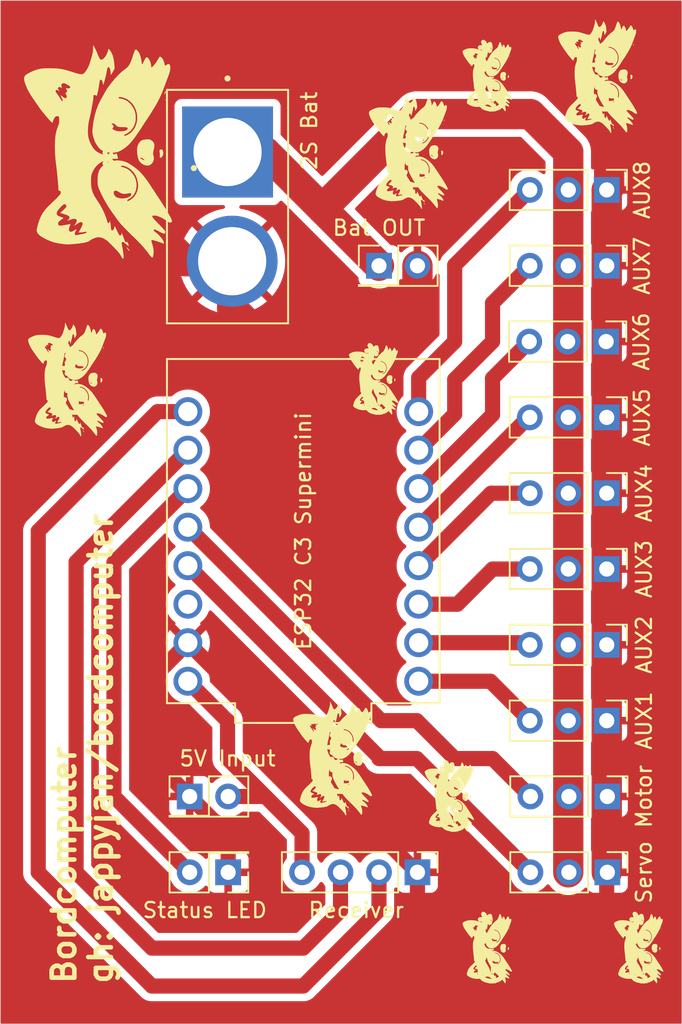
<source format=kicad_pcb>
(kicad_pcb (version 20240108) (generator "pcbnew") (generator_version "8.0")
  (layers (0 "F.Cu" signal) (31 "B.Cu" signal) (34 "B.Paste" user) (35 "F.Paste" user) (36 "B.SilkS" user "B.Silkscreen") (37 "F.SilkS" user "F.Silkscreen") (38 "B.Mask" user) (39 "F.Mask" user) (44 "Edge.Cuts" user))
  (net 0 "")
  (net 1 "GND")
  (net 2 "+BATT")
  (net 3 "Net-(D5-A)")
  (net 4 "Net-(J1-Pin_2)")
  (net 5 "Net-(J1-Pin_3)")
  (net 6 "+5V")
  (net 7 "Net-(J4-Pin_3)")
  (net 9 "Net-(J5-Pin_3)")
  (net 10 "Net-(J6-Pin_3)")
  (net 11 "Net-(J7-Pin_3)")
  (net 12 "Net-(J8-Pin_3)")
  (net 13 "Net-(J9-Pin_3)")
  (net 14 "Net-(J10-Pin_3)")
  (net 15 "Net-(J11-Pin_3)")
  (net 16 "Net-(J12-Pin_3)")
  (net 17 "Net-(J13-Pin_3)")
  (footprint "LOGO" (layer "F.Cu") (at 155 105 90)
    (property "Reference" "G***" (at 0 0 90) (layer "F.SilkS") (effects (font (size 1.5 1.5) (thickness 0.3))))
    (property "Value" "LOGO" (hide yes))
  )
  (footprint "Connector_PinHeader_2.54mm:PinHeader_1x03_P2.54mm_Vertical" (layer "F.Cu") (at 152.58 95 -90)
    (property "Reference" "Motor" (at 0 -2.42 -90) (layer "F.SilkS"))
    (property "Value" "Motor")
    (pad "1" thru_hole rect (at 0 0 270) (size 1.7 1.7) (drill 1) (layers "*.Cu" "*.Mask") (net 1 "GND"))
    (pad "2" thru_hole oval (at 0 2.54 270) (size 1.7 1.7) (drill 1) (layers "*.Cu" "*.Mask") (net 2 "+BATT"))
    (pad "3" thru_hole oval (at 0 5.08 270) (size 1.7 1.7) (drill 1) (layers "*.Cu" "*.Mask") (net 7 "Net-(J4-Pin_3)"))
  )
  (footprint "Connector_PinHeader_2.54mm:PinHeader_2x01_P2.54mm_Vertical" (layer "F.Cu") (at 137.5 60)
    (property "Reference" "Bat OUT" (at 0 -2.5 180) (layer "F.SilkS"))
    (property "Value" "Bat OUT")
    (pad "1" thru_hole rect (at 0 0) (size 1.7 1.7) (drill 1) (layers "*.Cu" "*.Mask") (net 2 "+BATT"))
    (pad "2" thru_hole oval (at 2.54 0) (size 1.7 1.7) (drill 1) (layers "*.Cu" "*.Mask") (net 1 "GND"))
  )
  (footprint "LOGO" (layer "F.Cu") (at 140 52.5 90)
    (property "Reference" "G***" (at 0 0 90) (layer "F.SilkS") (effects (font (size 1.5 1.5) (thickness 0.3))))
    (property "Value" "LOGO" (hide yes))
  )
  (footprint "Connector_PinHeader_2.54mm:PinHeader_1x03_P2.54mm_Vertical" (layer "F.Cu") (at 152.58 100 -90)
    (property "Reference" "Servo" (at 0 -2.42 -90) (layer "F.SilkS"))
    (property "Value" "Steering")
    (pad "1" thru_hole rect (at 0 0 270) (size 1.7 1.7) (drill 1) (layers "*.Cu" "*.Mask") (net 1 "GND"))
    (pad "2" thru_hole oval (at 0 2.54 270) (size 1.7 1.7) (drill 1) (layers "*.Cu" "*.Mask") (net 2 "+BATT"))
    (pad "3" thru_hole oval (at 0 5.08 270) (size 1.7 1.7) (drill 1) (layers "*.Cu" "*.Mask") (net 9 "Net-(J5-Pin_3)"))
  )
  (footprint "Connector_PinHeader_2.54mm:PinHeader_1x03_P2.54mm_Vertical" (layer "F.Cu") (at 152.5 65 -90)
    (property "Reference" "AUX6" (at 0 -2.33 90) (layer "F.SilkS"))
    (property "Value" "AUX6")
    (pad "1" thru_hole rect (at 0 0 270) (size 1.7 1.7) (drill 1) (layers "*.Cu" "*.Mask") (net 1 "GND"))
    (pad "2" thru_hole oval (at 0 2.54 270) (size 1.7 1.7) (drill 1) (layers "*.Cu" "*.Mask") (net 2 "+BATT"))
    (pad "3" thru_hole oval (at 0 5.08 270) (size 1.7 1.7) (drill 1) (layers "*.Cu" "*.Mask") (net 15 "Net-(J11-Pin_3)"))
  )
  (footprint "LOGO" (layer "F.Cu") (at 145 47.5 90)
    (property "Reference" "G***" (at 0 0 90) (layer "F.SilkS") (effects (font (size 1.5 1.5) (thickness 0.3))))
    (property "Value" "LOGO" (hide yes))
  )
  (footprint "Connector_PinHeader_2.54mm:PinHeader_1x03_P2.54mm_Vertical" (layer "F.Cu") (at 152.54 55 -90)
    (property "Reference" "AUX8" (at 0 -2.33 90) (layer "F.SilkS"))
    (property "Value" "AUX8")
    (pad "1" thru_hole rect (at 0 0 270) (size 1.7 1.7) (drill 1) (layers "*.Cu" "*.Mask") (net 1 "GND"))
    (pad "2" thru_hole oval (at 0 2.54 270) (size 1.7 1.7) (drill 1) (layers "*.Cu" "*.Mask") (net 2 "+BATT"))
    (pad "3" thru_hole oval (at 0 5.08 270) (size 1.7 1.7) (drill 1) (layers "*.Cu" "*.Mask") (net 17 "Net-(J13-Pin_3)"))
  )
  (footprint "Connector_PinHeader_2.54mm:PinHeader_1x03_P2.54mm_Vertical" (layer "F.Cu") (at 152.54 60 -90)
    (property "Reference" "AUX7" (at 0 -2.33 90) (layer "F.SilkS"))
    (property "Value" "AUX7")
    (pad "1" thru_hole rect (at 0 0 270) (size 1.7 1.7) (drill 1) (layers "*.Cu" "*.Mask") (net 1 "GND"))
    (pad "2" thru_hole oval (at 0 2.54 270) (size 1.7 1.7) (drill 1) (layers "*.Cu" "*.Mask") (net 2 "+BATT"))
    (pad "3" thru_hole oval (at 0 5.08 270) (size 1.7 1.7) (drill 1) (layers "*.Cu" "*.Mask") (net 16 "Net-(J12-Pin_3)"))
  )
  (footprint "Connector_PinHeader_2.54mm:PinHeader_1x03_P2.54mm_Vertical" (layer "F.Cu") (at 152.54 75 -90)
    (property "Reference" "AUX4" (at 0 -2.46 90) (layer "F.SilkS"))
    (property "Value" "AUX4")
    (pad "1" thru_hole rect (at 0 0 270) (size 1.7 1.7) (drill 1) (layers "*.Cu" "*.Mask") (net 1 "GND"))
    (pad "2" thru_hole oval (at 0 2.54 270) (size 1.7 1.7) (drill 1) (layers "*.Cu" "*.Mask") (net 2 "+BATT"))
    (pad "3" thru_hole oval (at 0 5.08 270) (size 1.7 1.7) (drill 1) (layers "*.Cu" "*.Mask") (net 13 "Net-(J9-Pin_3)"))
  )
  (footprint "Library:AMASS_XT60PB-M" (layer "F.Cu") (at 127.5 56.1 -90)
    (property "Reference" "2S Bat" (at -5 -5.3975 90) (layer "F.SilkS"))
    (property "Value" "2S Battery")
    (pad "1" thru_hole rect (at -3.6 0 270) (size 6 6) (drill 4.5) (layers "*.Cu" "*.Mask") (net 2 "+BATT"))
    (pad "2" thru_hole circle (at 3.6 -0.305 270) (size 6 6) (drill 4.5) (layers "*.Cu" "*.Mask") (net 1 "GND"))
  )
  (footprint "LOGO" (layer "F.Cu") (at 152.5 47.5 90)
    (property "Reference" "G***" (at 0 0 90) (layer "F.SilkS") (effects (font (size 1.5 1.5) (thickness 0.3))))
    (property "Value" "LOGO" (hide yes))
  )
  (footprint "Connector_PinHeader_2.54mm:PinHeader_2x01_P2.54mm_Vertical" (layer "F.Cu") (at 127.54 100 180)
    (property "Reference" "D5" (hide yes))
    (property "Value" "Status LED")
    (fp_text user "Status LED" (at 1.54 -2.5 180) (layer "F.SilkS"))
    (pad "1" thru_hole rect (at 0 0 180) (size 1.7 1.7) (drill 1) (layers "*.Cu" "*.Mask") (net 1 "GND"))
    (pad "2" thru_hole oval (at 2.54 0 180) (size 1.7 1.7) (drill 1) (layers "*.Cu" "*.Mask") (net 3 "Net-(D5-A)"))
  )
  (footprint "Connector_PinHeader_2.54mm:PinHeader_1x03_P2.54mm_Vertical" (layer "F.Cu") (at 152.54 70 -90)
    (property "Reference" "AUX5" (at 0 -2.33 90) (layer "F.SilkS"))
    (property "Value" "AUX5")
    (pad "1" thru_hole rect (at 0 0 270) (size 1.7 1.7) (drill 1) (layers "*.Cu" "*.Mask") (net 1 "GND"))
    (pad "2" thru_hole oval (at 0 2.54 270) (size 1.7 1.7) (drill 1) (layers "*.Cu" "*.Mask") (net 2 "+BATT"))
    (pad "3" thru_hole oval (at 0 5.08 270) (size 1.7 1.7) (drill 1) (layers "*.Cu" "*.Mask") (net 14 "Net-(J10-Pin_3)"))
  )
  (footprint "LOGO" (layer "F.Cu") (at 135 92.5 90)
    (property "Reference" "G***" (at 0 0 90) (layer "F.SilkS") (effects (font (size 1.5 1.5) (thickness 0.3))))
    (property "Value" "LOGO" (hide yes))
  )
  (footprint "LOGO" (layer "F.Cu") (at 120 52.5 90)
    (property "Reference" "G***" (at 0 0 90) (layer "F.SilkS") (effects (font (size 1.5 1.5) (thickness 0.3))))
    (property "Value" "LOGO" (hide yes))
  )
  (footprint "Connector_PinHeader_2.54mm:PinHeader_1x03_P2.54mm_Vertical" (layer "F.Cu") (at 152.54 90 -90)
    (property "Reference" "AUX1" (at 0 -2.46 -90) (layer "F.SilkS"))
    (property "Value" "AUX1")
    (pad "1" thru_hole rect (at 0 0 270) (size 1.7 1.7) (drill 1) (layers "*.Cu" "*.Mask") (net 1 "GND"))
    (pad "2" thru_hole oval (at 0 2.54 270) (size 1.7 1.7) (drill 1) (layers "*.Cu" "*.Mask") (net 2 "+BATT"))
    (pad "3" thru_hole oval (at 0 5.08 270) (size 1.7 1.7) (drill 1) (layers "*.Cu" "*.Mask") (net 10 "Net-(J6-Pin_3)"))
  )
  (footprint "Connector_PinHeader_2.54mm:PinHeader_1x04_P2.54mm_Vertical" (layer "F.Cu") (at 140.04 100 -90)
    (property "Reference" "Receiver" (at 2.5 4.04 180) (layer "F.SilkS"))
    (property "Value" "Receiver")
    (pad "1" thru_hole rect (at 0 0 270) (size 1.7 1.7) (drill 1) (layers "*.Cu" "*.Mask") (net 1 "GND"))
    (pad "2" thru_hole oval (at 0 2.54 270) (size 1.7 1.7) (drill 1) (layers "*.Cu" "*.Mask") (net 4 "Net-(J1-Pin_2)"))
    (pad "3" thru_hole oval (at 0 5.08 270) (size 1.7 1.7) (drill 1) (layers "*.Cu" "*.Mask") (net 5 "Net-(J1-Pin_3)"))
    (pad "4" thru_hole oval (at 0 7.62 270) (size 1.7 1.7) (drill 1) (layers "*.Cu" "*.Mask") (net 6 "+5V"))
  )
  (footprint "LOGO" (layer "F.Cu") (at 142.5 95 90)
    (property "Reference" "G***" (at 0 0 90) (layer "F.SilkS") (effects (font (size 1.5 1.5) (thickness 0.3))))
    (property "Value" "LOGO" (hide yes))
  )
  (footprint "Library:MODULE_ESP32-C3_SUPERMINI" (layer "F.Cu") (at 132.5 77.5 180)
    (property "Reference" "ESP32 C3 Supermini" (at 0 0 90) (layer "F.SilkS"))
    (property "Value" "ESP32 C3 SUPERMINI")
    (pad "0" thru_hole circle (at 7.62 7.88 180) (size 1.905 1.905) (drill 1.27) (layers "*.Cu" "*.Mask") (net 4 "Net-(J1-Pin_2)"))
    (pad "1" thru_hole circle (at 7.62 5.34 180) (size 1.905 1.905) (drill 1.27) (layers "*.Cu" "*.Mask") (net 5 "Net-(J1-Pin_3)"))
    (pad "2" thru_hole circle (at 7.62 2.8 180) (size 1.905 1.905) (drill 1.27) (layers "*.Cu" "*.Mask") (net 3 "Net-(D5-A)"))
    (pad "3" thru_hole circle (at 7.62 0.26 180) (size 1.905 1.905) (drill 1.27) (layers "*.Cu" "*.Mask") (net 7 "Net-(J4-Pin_3)"))
    (pad "3.3" thru_hole circle (at 7.62 -4.82 180) (size 1.905 1.905) (drill 1.27) (layers "*.Cu" "*.Mask"))
    (pad "4" thru_hole circle (at 7.62 -2.28 180) (size 1.905 1.905) (drill 1.27) (layers "*.Cu" "*.Mask") (net 9 "Net-(J5-Pin_3)"))
    (pad "5" thru_hole circle (at -7.62 -9.9 180) (size 1.905 1.905) (drill 1.27) (layers "*.Cu" "*.Mask") (net 10 "Net-(J6-Pin_3)"))
    (pad "5V" thru_hole circle (at 7.62 -9.9 180) (size 1.905 1.905) (drill 1.27) (layers "*.Cu" "*.Mask") (net 6 "+5V"))
    (pad "6" thru_hole circle (at -7.62 -7.36 180) (size 1.905 1.905) (drill 1.27) (layers "*.Cu" "*.Mask") (net 11 "Net-(J7-Pin_3)"))
    (pad "7" thru_hole circle (at -7.62 -4.82 180) (size 1.905 1.905) (drill 1.27) (layers "*.Cu" "*.Mask") (net 12 "Net-(J8-Pin_3)"))
    (pad "8" thru_hole circle (at -7.62 -2.28 180) (size 1.905 1.905) (drill 1.27) (layers "*.Cu" "*.Mask") (net 13 "Net-(J9-Pin_3)"))
    (pad "9" thru_hole circle (at -7.62 0.26 180) (size 1.905 1.905) (drill 1.27) (layers "*.Cu" "*.Mask") (net 14 "Net-(J10-Pin_3)"))
    (pad "10" thru_hole circle (at -7.62 2.8 180) (size 1.905 1.905) (drill 1.27) (layers "*.Cu" "*.Mask") (net 15 "Net-(J11-Pin_3)"))
    (pad "20" thru_hole circle (at -7.62 5.34 180) (size 1.905 1.905) (drill 1.27) (layers "*.Cu" "*.Mask") (net 16 "Net-(J12-Pin_3)"))
    (pad "21" thru_hole circle (at -7.62 7.88 180) (size 1.905 1.905) (drill 1.27) (layers "*.Cu" "*.Mask") (net 17 "Net-(J13-Pin_3)"))
    (pad "G" thru_hole circle (at 7.62 -7.36 180) (size 1.905 1.905) (drill 1.27) (layers "*.Cu" "*.Mask") (net 1 "GND"))
  )
  (footprint "LOGO" (layer "F.Cu") (at 117.5 67.5 90)
    (property "Reference" "G***" (at 0 0 90) (layer "F.SilkS") (effects (font (size 1.5 1.5) (thickness 0.3))))
    (property "Value" "LOGO" (hide yes))
  )
  (footprint "Connector_PinHeader_2.54mm:PinHeader_2x01_P2.54mm_Vertical" (layer "F.Cu") (at 125 95)
    (property "Reference" "5V Input" (at 2.5 -2.5 180) (layer "F.SilkS"))
    (property "Value" "5V Input")
    (pad "1" thru_hole rect (at 0 0) (size 1.7 1.7) (drill 1) (layers "*.Cu" "*.Mask") (net 1 "GND"))
    (pad "2" thru_hole oval (at 2.54 0) (size 1.7 1.7) (drill 1) (layers "*.Cu" "*.Mask") (net 6 "+5V"))
  )
  (footprint "Connector_PinHeader_2.54mm:PinHeader_1x03_P2.54mm_Vertical" (layer "F.Cu") (at 152.54 80 -90)
    (property "Reference" "AUX3" (at 0 -2.46 -90) (layer "F.SilkS"))
    (property "Value" "AUX3")
    (pad "1" thru_hole rect (at 0 0 270) (size 1.7 1.7) (drill 1) (layers "*.Cu" "*.Mask") (net 1 "GND"))
    (pad "2" thru_hole oval (at 0 2.54 270) (size 1.7 1.7) (drill 1) (layers "*.Cu" "*.Mask") (net 2 "+BATT"))
    (pad "3" thru_hole oval (at 0 5.08 270) (size 1.7 1.7) (drill 1) (layers "*.Cu" "*.Mask") (net 12 "Net-(J8-Pin_3)"))
  )
  (footprint "LOGO" (layer "F.Cu") (at 137.5 67.5 90)
    (property "Reference" "G***" (at 0 0 90) (layer "F.SilkS") (effects (font (size 1.5 1.5) (thickness 0.3))))
    (property "Value" "LOGO" (hide yes))
  )
  (footprint "LOGO" (layer "F.Cu") (at 145 105 90)
    (property "Reference" "G***" (at 0 0 90) (layer "F.SilkS") (effects (font (size 1.5 1.5) (thickness 0.3))))
    (property "Value" "LOGO" (hide yes))
  )
  (footprint "Connector_PinHeader_2.54mm:PinHeader_1x03_P2.54mm_Vertical" (layer "F.Cu") (at 152.54 85 -90)
    (property "Reference" "AUX2" (at 0 -2.46 -90) (layer "F.SilkS"))
    (property "Value" "AUX2")
    (pad "1" thru_hole rect (at 0 0 270) (size 1.7 1.7) (drill 1) (layers "*.Cu" "*.Mask") (net 1 "GND"))
    (pad "2" thru_hole oval (at 0 2.54 270) (size 1.7 1.7) (drill 1) (layers "*.Cu" "*.Mask") (net 2 "+BATT"))
    (pad "3" thru_hole oval (at 0 5.08 270) (size 1.7 1.7) (drill 1) (layers "*.Cu" "*.Mask") (net 11 "Net-(J7-Pin_3)"))
  )
  (gr_line (start 157.5 42.5) (end 157.5 110) (stroke (width 0.05)) (layer "Edge.Cuts"))
  (gr_line (start 157.5 110) (end 112.5 110) (stroke (width 0.05)) (layer "Edge.Cuts"))
  (gr_line (start 112.5 42.5) (end 157.5 42.5) (stroke (width 0.05)) (layer "Edge.Cuts"))
  (gr_line (start 112.5 110) (end 112.5 42.5) (stroke (width 0.05)) (layer "Edge.Cuts"))
  (gr_text "Bordcomputer\ngh: jappyjan/bordcomputer" (at 120 107.5 90) (layer "F.SilkS") (effects (font (size 1.5 1.5) (thickness 0.3) (bold yes)) (justify left bottom)))
  (segment (start 130 65) (end 127.805 62.805) (width 2) (layer "F.Cu") (net 1))
  (segment (start 122.5 87.24) (end 124.88 84.86) (width 1) (layer "F.Cu") (net 1))
  (segment (start 122.5 47.5) (end 122.5 57.5) (width 2) (layer "F.Cu") (net 1))
  (segment (start 125 95) (end 122.5 92.5) (width 1) (layer "F.Cu") (net 1))
  (segment (start 124.7 59.7) (end 127.805 59.7) (width 2) (layer "F.Cu") (net 1))
  (segment (start 142.5 105) (end 150 105) (width 1) (layer "F.Cu") (net 1))
  (segment (start 152.7 54.84) (end 152.7 50.2) (width 2) (layer "F.Cu") (net 1))
  (segment (start 152.54 55) (end 152.54 100) (width 2) (layer "F.Cu") (net 1))
  (segment (start 125 45) (end 122.5 47.5) (width 2) (layer "F.Cu") (net 1))
  (segment (start 127.805 62.805) (end 127.805 59.7) (width 2) (layer "F.Cu") (net 1))
  (segment (start 122.5 92.5) (end 122.5 87.24) (width 1) (layer "F.Cu") (net 1))
  (segment (start 127.54 100) (end 127.54 97.54) (width 1) (layer "F.Cu") (net 1))
  (segment (start 127.54 100) (end 127.5 100) (width 1) (layer "F.Cu") (net 1))
  (segment (start 147.5 45) (end 125 45) (width 2) (layer "F.Cu") (net 1))
  (segment (start 122.5 57.5) (end 124.7 59.7) (width 2) (layer "F.Cu") (net 1))
  (segment (start 152.7 50.2) (end 147.5 45) (width 2) (layer "F.Cu") (net 1))
  (segment (start 152.54 102.46) (end 152.54 100) (width 1) (layer "F.Cu") (net 1))
  (segment (start 140.04 102.54) (end 142.5 105) (width 1) (layer "F.Cu") (net 1))
  (segment (start 124.88 84.86) (end 140.02 100) (width 1) (layer "F.Cu") (net 1))
  (segment (start 140.04 62.46) (end 137.5 65) (width 2) (layer "F.Cu") (net 1))
  (segment (start 150 105) (end 152.54 102.46) (width 1) (layer "F.Cu") (net 1))
  (segment (start 152.54 55) (end 152.7 54.84) (width 2) (layer "F.Cu") (net 1))
  (segment (start 140.04 60) (end 140.04 62.46) (width 2) (layer "F.Cu") (net 1))
  (segment (start 140.04 100) (end 140.04 102.54) (width 1) (layer "F.Cu") (net 1))
  (segment (start 140.02 100) (end 140.04 100) (width 1) (layer "F.Cu") (net 1))
  (segment (start 137.5 65) (end 130 65) (width 2) (layer "F.Cu") (net 1))
  (segment (start 127.54 97.54) (end 125 95) (width 1) (layer "F.Cu") (net 1))
  (segment (start 150 60) (end 150 64.96) (width 1) (layer "F.Cu") (net 2))
  (segment (start 133.75 56.25) (end 140 50) (width 2) (layer "F.Cu") (net 2))
  (segment (start 150 90) (end 150 95) (width 1) (layer "F.Cu") (net 2))
  (segment (start 150 70) (end 150 75) (width 1) (layer "F.Cu") (net 2))
  (segment (start 140 50) (end 147.5 50) (width 2) (layer "F.Cu") (net 2))
  (segment (start 150 85) (end 150 90) (width 1) (layer "F.Cu") (net 2))
  (segment (start 150 64.96) (end 149.96 65) (width 1) (layer "F.Cu") (net 2))
  (segment (start 130 52.5) (end 133.75 56.25) (width 2) (layer "F.Cu") (net 2))
  (segment (start 127.5 52.5) (end 130 52.5) (width 2) (layer "F.Cu") (net 2))
  (segment (start 147.5 50) (end 150 52.5) (width 2) (layer "F.Cu") (net 2))
  (segment (start 133.75 56.25) (end 137.5 60) (width 2) (layer "F.Cu") (net 2))
  (segment (start 150 95) (end 150 100) (width 1) (layer "F.Cu") (net 2))
  (segment (start 149.96 69.96) (end 150 70) (width 1) (layer "F.Cu") (net 2))
  (segment (start 150 52.5) (end 150 100) (width 2) (layer "F.Cu") (net 2))
  (segment (start 149.96 65) (end 149.96 69.96) (width 1) (layer "F.Cu") (net 2))
  (segment (start 150 55) (end 150 60) (width 1) (layer "F.Cu") (net 2))
  (segment (start 150 80) (end 150 85) (width 1) (layer "F.Cu") (net 2))
  (segment (start 150 75) (end 150 80) (width 1) (layer "F.Cu") (net 2))
  (segment (start 150 55) (end 150 52.5) (width 1) (layer "F.Cu") (net 2))
  (segment (start 120 79.58) (end 124.88 74.7) (width 1) (layer "F.Cu") (net 3))
  (segment (start 125 100) (end 120 95) (width 1) (layer "F.Cu") (net 3))
  (segment (start 120 95) (end 120 79.58) (width 1) (layer "F.Cu") (net 3))
  (segment (start 137.5 102.5) (end 132.5 107.5) (width 1) (layer "F.Cu") (net 4))
  (segment (start 115 100) (end 115 77.5) (width 1) (layer "F.Cu") (net 4))
  (segment (start 132.5 107.5) (end 122.5 107.5) (width 1) (layer "F.Cu") (net 4))
  (segment (start 122.88 69.62) (end 124.88 69.62) (width 1) (layer "F.Cu") (net 4))
  (segment (start 115 77.5) (end 122.88 69.62) (width 1) (layer "F.Cu") (net 4))
  (segment (start 137.5 100) (end 137.5 102.5) (width 1) (layer "F.Cu") (net 4))
  (segment (start 122.5 107.5) (end 115 100) (width 1) (layer "F.Cu") (net 4))
  (segment (start 134.96 100) (end 134.96 102.54) (width 1) (layer "F.Cu") (net 5))
  (segment (start 132.5 105) (end 122.5 105) (width 1) (layer "F.Cu") (net 5))
  (segment (start 117.5 79.54) (end 124.88 72.16) (width 1) (layer "F.Cu") (net 5))
  (segment (start 134.96 102.54) (end 132.5 105) (width 1) (layer "F.Cu") (net 5))
  (segment (start 117.5 100) (end 117.5 79.54) (width 1) (layer "F.Cu") (net 5))
  (segment (start 122.5 105) (end 117.5 100) (width 1) (layer "F.Cu") (net 5))
  (segment (start 130 95) (end 127.54 95) (width 1) (layer "F.Cu") (net 6))
  (segment (start 132.42 100) (end 132.42 97.42) (width 1) (layer "F.Cu") (net 6))
  (segment (start 124.88 87.4) (end 127.48 90) (width 1) (layer "F.Cu") (net 6))
  (segment (start 132.42 97.42) (end 130 95) (width 1) (layer "F.Cu") (net 6))
  (segment (start 127.5 92.5) (end 130 95) (width 1) (layer "F.Cu") (net 6))
  (segment (start 127.48 90) (end 127.5 90) (width 1) (layer "F.Cu") (net 6))
  (segment (start 127.5 90) (end 127.5 92.5) (width 1) (layer "F.Cu") (net 6))
  (segment (start 145 92.5) (end 142.5 92.5) (width 1) (layer "F.Cu") (net 7))
  (segment (start 142.5 92.5) (end 140 90) (width 1) (layer "F.Cu") (net 7))
  (segment (start 140 90) (end 137.64 90) (width 1) (layer "F.Cu") (net 7))
  (segment (start 147.5 95) (end 145 92.5) (width 1) (layer "F.Cu") (net 7))
  (segment (start 137.64 90) (end 124.88 77.24) (width 1) (layer "F.Cu") (net 7))
  (segment (start 140 92.5) (end 137.5 92.5) (width 1) (layer "F.Cu") (net 9))
  (segment (start 137.5 92.4) (end 124.88 79.78) (width 1) (layer "F.Cu") (net 9))
  (segment (start 137.5 92.5) (end 137.5 92.4) (width 1) (layer "F.Cu") (net 9))
  (segment (start 147.5 100) (end 140 92.5) (width 1) (layer "F.Cu") (net 9))
  (segment (start 144.86 87.4) (end 147.46 90) (width 1) (layer "F.Cu") (net 10))
  (segment (start 140.12 87.4) (end 144.86 87.4) (width 1) (layer "F.Cu") (net 10))
  (segment (start 147.32 84.86) (end 147.46 85) (width 1) (layer "F.Cu") (net 11))
  (segment (start 140.12 84.86) (end 147.32 84.86) (width 1) (layer "F.Cu") (net 11))
  (segment (start 145 80) (end 147.46 80) (width 1) (layer "F.Cu") (net 12))
  (segment (start 142.68 82.32) (end 145 80) (width 1) (layer "F.Cu") (net 12))
  (segment (start 140.12 82.32) (end 142.68 82.32) (width 1) (layer "F.Cu") (net 12))
  (segment (start 140.12 79.78) (end 144.9 75) (width 1) (layer "F.Cu") (net 13))
  (segment (start 144.9 75) (end 147.46 75) (width 1) (layer "F.Cu") (net 13))
  (segment (start 147.36 70) (end 147.46 70) (width 1) (layer "F.Cu") (net 14))
  (segment (start 140.12 77.24) (end 147.36 70) (width 1) (layer "F.Cu") (net 14))
  (segment (start 140.12 74.7) (end 145 69.82) (width 1) (layer "F.Cu") (net 15))
  (segment (start 145 67.42) (end 147.42 65) (width 1) (layer "F.Cu") (net 15))
  (segment (start 145 69.82) (end 145 67.42) (width 1) (layer "F.Cu") (net 15))
  (segment (start 145 65) (end 145 62.46) (width 1) (layer "F.Cu") (net 16))
  (segment (start 140.12 72.16) (end 142.5 69.78) (width 1) (layer "F.Cu") (net 16))
  (segment (start 142.5 67.5) (end 145 65) (width 1) (layer "F.Cu") (net 16))
  (segment (start 142.5 69.78) (end 142.5 67.5) (width 1) (layer "F.Cu") (net 16))
  (segment (start 145 62.46) (end 147.46 60) (width 1) (layer "F.Cu") (net 16))
  (segment (start 142.5 59.96) (end 147.46 55) (width 1) (layer "F.Cu") (net 17))
  (segment (start 140.12 69.62) (end 140.12 67.38) (width 1) (layer "F.Cu") (net 17))
  (segment (start 142.5 65) (end 142.5 59.96) (width 1) (layer "F.Cu") (net 17))
  (segment (start 140.12 67.38) (end 142.5 65) (width 1) (layer "F.Cu") (net 17))
  (zone (net 1) (net_name "GND") (layer "F.Cu") (connect_pads (clearance 0.5)) (min_thickness 0.25) (fill yes (thermal_gap 0.5) (thermal_bridge_width 0.5))
    (polygon (pts (xy 112.5 110) (xy 112.5 42.5) (xy 157.5 42.5) (xy 157.5 110)))
  )
)
</source>
